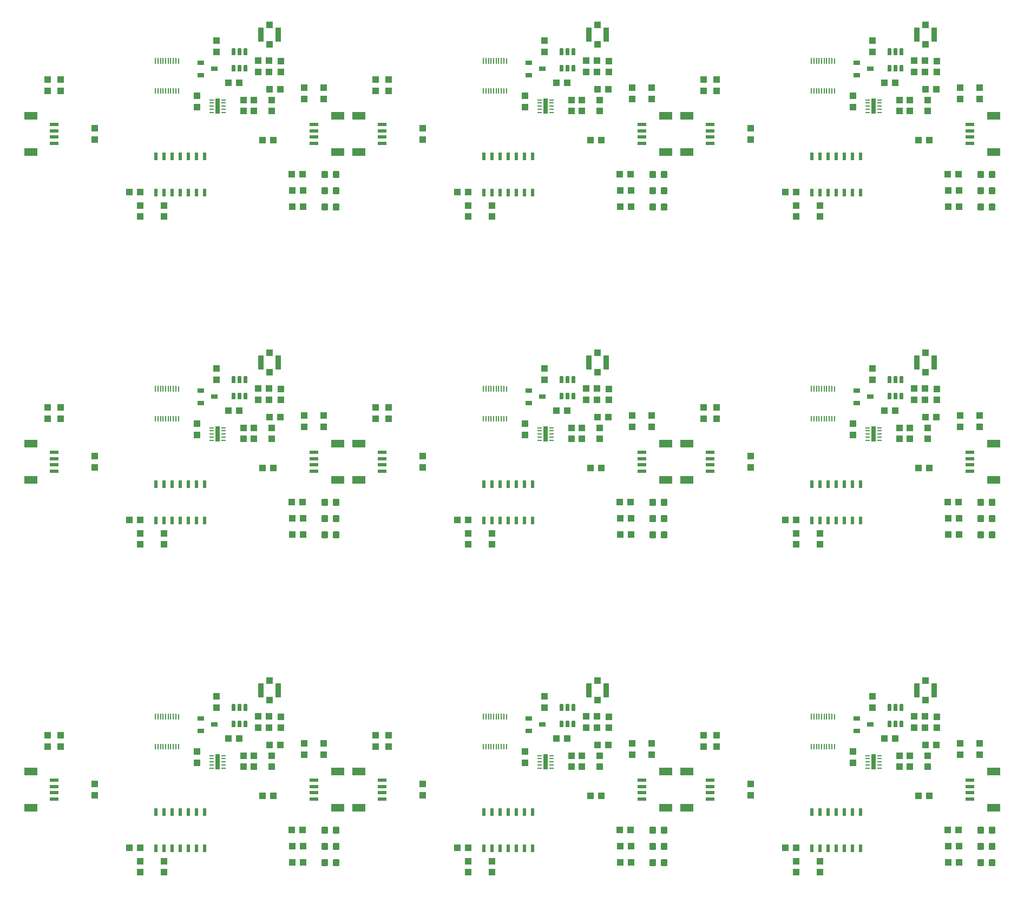
<source format=gtp>
G75*
%MOIN*%
%OFA0B0*%
%FSLAX25Y25*%
%IPPOS*%
%LPD*%
%AMOC8*
5,1,8,0,0,1.08239X$1,22.5*
%
%ADD10R,0.07874X0.04724*%
%ADD11R,0.05315X0.02362*%
%ADD12R,0.04331X0.03937*%
%ADD13C,0.01181*%
%ADD14R,0.03937X0.04331*%
%ADD15R,0.02362X0.04724*%
%ADD16R,0.02800X0.01000*%
%ADD17R,0.02500X0.09400*%
%ADD18R,0.03346X0.08661*%
%ADD19R,0.03937X0.04134*%
%ADD20R,0.00787X0.03504*%
%ADD21R,0.00906X0.03661*%
%ADD22C,0.00709*%
%ADD23R,0.04331X0.02559*%
D10*
X0048873Y0117726D03*
X0048873Y0139774D03*
X0237810Y0139774D03*
X0250873Y0139774D03*
X0250873Y0117726D03*
X0237810Y0117726D03*
X0439810Y0117726D03*
X0452873Y0117726D03*
X0452873Y0139774D03*
X0439810Y0139774D03*
X0439810Y0319726D03*
X0452873Y0319726D03*
X0452873Y0341774D03*
X0439810Y0341774D03*
X0250873Y0341774D03*
X0237810Y0341774D03*
X0237810Y0319726D03*
X0250873Y0319726D03*
X0048873Y0319726D03*
X0048873Y0341774D03*
X0048873Y0521726D03*
X0048873Y0543774D03*
X0237810Y0543774D03*
X0250873Y0543774D03*
X0250873Y0521726D03*
X0237810Y0521726D03*
X0439810Y0521726D03*
X0452873Y0521726D03*
X0452873Y0543774D03*
X0439810Y0543774D03*
X0641810Y0543774D03*
X0641810Y0521726D03*
X0641810Y0341774D03*
X0641810Y0319726D03*
X0641810Y0139774D03*
X0641810Y0117726D03*
D11*
X0627342Y0122844D03*
X0627342Y0126781D03*
X0627342Y0130719D03*
X0627342Y0134656D03*
X0467342Y0134656D03*
X0467342Y0130719D03*
X0467342Y0126781D03*
X0467342Y0122844D03*
X0425342Y0122844D03*
X0425342Y0126781D03*
X0425342Y0130719D03*
X0425342Y0134656D03*
X0265342Y0134656D03*
X0265342Y0130719D03*
X0265342Y0126781D03*
X0265342Y0122844D03*
X0223342Y0122844D03*
X0223342Y0126781D03*
X0223342Y0130719D03*
X0223342Y0134656D03*
X0063342Y0134656D03*
X0063342Y0130719D03*
X0063342Y0126781D03*
X0063342Y0122844D03*
X0063342Y0324844D03*
X0063342Y0328781D03*
X0063342Y0332719D03*
X0063342Y0336656D03*
X0223342Y0336656D03*
X0223342Y0332719D03*
X0223342Y0328781D03*
X0223342Y0324844D03*
X0265342Y0324844D03*
X0265342Y0328781D03*
X0265342Y0332719D03*
X0265342Y0336656D03*
X0425342Y0336656D03*
X0425342Y0332719D03*
X0425342Y0328781D03*
X0425342Y0324844D03*
X0467342Y0324844D03*
X0467342Y0328781D03*
X0467342Y0332719D03*
X0467342Y0336656D03*
X0627342Y0336656D03*
X0627342Y0332719D03*
X0627342Y0328781D03*
X0627342Y0324844D03*
X0627342Y0526844D03*
X0627342Y0530781D03*
X0627342Y0534719D03*
X0627342Y0538656D03*
X0467342Y0538656D03*
X0467342Y0534719D03*
X0467342Y0530781D03*
X0467342Y0526844D03*
X0425342Y0526844D03*
X0425342Y0530781D03*
X0425342Y0534719D03*
X0425342Y0538656D03*
X0265342Y0538656D03*
X0265342Y0534719D03*
X0265342Y0530781D03*
X0265342Y0526844D03*
X0223342Y0526844D03*
X0223342Y0530781D03*
X0223342Y0534719D03*
X0223342Y0538656D03*
X0063342Y0538656D03*
X0063342Y0534719D03*
X0063342Y0530781D03*
X0063342Y0526844D03*
D12*
X0109495Y0092750D03*
X0116188Y0092750D03*
X0170495Y0160250D03*
X0177188Y0160250D03*
X0188995Y0166750D03*
X0195688Y0166750D03*
X0195688Y0173750D03*
X0188995Y0173750D03*
X0195995Y0156250D03*
X0202688Y0156250D03*
X0198188Y0124750D03*
X0191495Y0124750D03*
X0209495Y0103750D03*
X0216188Y0103750D03*
X0216688Y0093750D03*
X0209995Y0093750D03*
X0209995Y0083750D03*
X0216688Y0083750D03*
X0311495Y0092750D03*
X0318188Y0092750D03*
X0372495Y0160250D03*
X0379188Y0160250D03*
X0390995Y0166750D03*
X0397688Y0166750D03*
X0397688Y0173750D03*
X0390995Y0173750D03*
X0397995Y0156250D03*
X0404688Y0156250D03*
X0400188Y0124750D03*
X0393495Y0124750D03*
X0411495Y0103750D03*
X0418188Y0103750D03*
X0418688Y0093750D03*
X0411995Y0093750D03*
X0411995Y0083750D03*
X0418688Y0083750D03*
X0513495Y0092750D03*
X0520188Y0092750D03*
X0574495Y0160250D03*
X0581188Y0160250D03*
X0592995Y0166750D03*
X0599688Y0166750D03*
X0599688Y0173750D03*
X0592995Y0173750D03*
X0599995Y0156250D03*
X0606688Y0156250D03*
X0602188Y0124750D03*
X0595495Y0124750D03*
X0613495Y0103750D03*
X0620188Y0103750D03*
X0620688Y0093750D03*
X0613995Y0093750D03*
X0613995Y0083750D03*
X0620688Y0083750D03*
X0620688Y0285750D03*
X0613995Y0285750D03*
X0613995Y0295750D03*
X0620688Y0295750D03*
X0620188Y0305750D03*
X0613495Y0305750D03*
X0602188Y0326750D03*
X0595495Y0326750D03*
X0599995Y0358250D03*
X0606688Y0358250D03*
X0599688Y0368750D03*
X0592995Y0368750D03*
X0592995Y0375750D03*
X0599688Y0375750D03*
X0581188Y0362250D03*
X0574495Y0362250D03*
X0520188Y0294750D03*
X0513495Y0294750D03*
X0418688Y0295750D03*
X0411995Y0295750D03*
X0411495Y0305750D03*
X0418188Y0305750D03*
X0418688Y0285750D03*
X0411995Y0285750D03*
X0400188Y0326750D03*
X0393495Y0326750D03*
X0397995Y0358250D03*
X0404688Y0358250D03*
X0397688Y0368750D03*
X0390995Y0368750D03*
X0390995Y0375750D03*
X0397688Y0375750D03*
X0379188Y0362250D03*
X0372495Y0362250D03*
X0318188Y0294750D03*
X0311495Y0294750D03*
X0216688Y0295750D03*
X0209995Y0295750D03*
X0209495Y0305750D03*
X0216188Y0305750D03*
X0216688Y0285750D03*
X0209995Y0285750D03*
X0198188Y0326750D03*
X0191495Y0326750D03*
X0195995Y0358250D03*
X0202688Y0358250D03*
X0195688Y0368750D03*
X0188995Y0368750D03*
X0188995Y0375750D03*
X0195688Y0375750D03*
X0177188Y0362250D03*
X0170495Y0362250D03*
X0116188Y0294750D03*
X0109495Y0294750D03*
X0209995Y0487750D03*
X0216688Y0487750D03*
X0216688Y0497750D03*
X0209995Y0497750D03*
X0209495Y0507750D03*
X0216188Y0507750D03*
X0198188Y0528750D03*
X0191495Y0528750D03*
X0195995Y0560250D03*
X0202688Y0560250D03*
X0195688Y0570750D03*
X0188995Y0570750D03*
X0188995Y0577750D03*
X0195688Y0577750D03*
X0177188Y0564250D03*
X0170495Y0564250D03*
X0116188Y0496750D03*
X0109495Y0496750D03*
X0311495Y0496750D03*
X0318188Y0496750D03*
X0393495Y0528750D03*
X0400188Y0528750D03*
X0411495Y0507750D03*
X0418188Y0507750D03*
X0418688Y0497750D03*
X0411995Y0497750D03*
X0411995Y0487750D03*
X0418688Y0487750D03*
X0404688Y0560250D03*
X0397995Y0560250D03*
X0397688Y0570750D03*
X0390995Y0570750D03*
X0390995Y0577750D03*
X0397688Y0577750D03*
X0379188Y0564250D03*
X0372495Y0564250D03*
X0513495Y0496750D03*
X0520188Y0496750D03*
X0595495Y0528750D03*
X0602188Y0528750D03*
X0613495Y0507750D03*
X0620188Y0507750D03*
X0620688Y0497750D03*
X0613995Y0497750D03*
X0613995Y0487750D03*
X0620688Y0487750D03*
X0606688Y0560250D03*
X0599995Y0560250D03*
X0599688Y0570750D03*
X0592995Y0570750D03*
X0592995Y0577750D03*
X0599688Y0577750D03*
X0581188Y0564250D03*
X0574495Y0564250D03*
D13*
X0632511Y0509128D02*
X0632511Y0506372D01*
X0632511Y0509128D02*
X0635267Y0509128D01*
X0635267Y0506372D01*
X0632511Y0506372D01*
X0632511Y0507494D02*
X0635267Y0507494D01*
X0635267Y0508616D02*
X0632511Y0508616D01*
X0639417Y0509128D02*
X0639417Y0506372D01*
X0639417Y0509128D02*
X0642173Y0509128D01*
X0642173Y0506372D01*
X0639417Y0506372D01*
X0639417Y0507494D02*
X0642173Y0507494D01*
X0642173Y0508616D02*
X0639417Y0508616D01*
X0639417Y0499128D02*
X0639417Y0496372D01*
X0639417Y0499128D02*
X0642173Y0499128D01*
X0642173Y0496372D01*
X0639417Y0496372D01*
X0639417Y0497494D02*
X0642173Y0497494D01*
X0642173Y0498616D02*
X0639417Y0498616D01*
X0632511Y0499128D02*
X0632511Y0496372D01*
X0632511Y0499128D02*
X0635267Y0499128D01*
X0635267Y0496372D01*
X0632511Y0496372D01*
X0632511Y0497494D02*
X0635267Y0497494D01*
X0635267Y0498616D02*
X0632511Y0498616D01*
X0632511Y0489128D02*
X0632511Y0486372D01*
X0632511Y0489128D02*
X0635267Y0489128D01*
X0635267Y0486372D01*
X0632511Y0486372D01*
X0632511Y0487494D02*
X0635267Y0487494D01*
X0635267Y0488616D02*
X0632511Y0488616D01*
X0639417Y0489128D02*
X0639417Y0486372D01*
X0639417Y0489128D02*
X0642173Y0489128D01*
X0642173Y0486372D01*
X0639417Y0486372D01*
X0639417Y0487494D02*
X0642173Y0487494D01*
X0642173Y0488616D02*
X0639417Y0488616D01*
X0639417Y0307128D02*
X0639417Y0304372D01*
X0639417Y0307128D02*
X0642173Y0307128D01*
X0642173Y0304372D01*
X0639417Y0304372D01*
X0639417Y0305494D02*
X0642173Y0305494D01*
X0642173Y0306616D02*
X0639417Y0306616D01*
X0632511Y0307128D02*
X0632511Y0304372D01*
X0632511Y0307128D02*
X0635267Y0307128D01*
X0635267Y0304372D01*
X0632511Y0304372D01*
X0632511Y0305494D02*
X0635267Y0305494D01*
X0635267Y0306616D02*
X0632511Y0306616D01*
X0632511Y0297128D02*
X0632511Y0294372D01*
X0632511Y0297128D02*
X0635267Y0297128D01*
X0635267Y0294372D01*
X0632511Y0294372D01*
X0632511Y0295494D02*
X0635267Y0295494D01*
X0635267Y0296616D02*
X0632511Y0296616D01*
X0639417Y0297128D02*
X0639417Y0294372D01*
X0639417Y0297128D02*
X0642173Y0297128D01*
X0642173Y0294372D01*
X0639417Y0294372D01*
X0639417Y0295494D02*
X0642173Y0295494D01*
X0642173Y0296616D02*
X0639417Y0296616D01*
X0639417Y0287128D02*
X0639417Y0284372D01*
X0639417Y0287128D02*
X0642173Y0287128D01*
X0642173Y0284372D01*
X0639417Y0284372D01*
X0639417Y0285494D02*
X0642173Y0285494D01*
X0642173Y0286616D02*
X0639417Y0286616D01*
X0632511Y0287128D02*
X0632511Y0284372D01*
X0632511Y0287128D02*
X0635267Y0287128D01*
X0635267Y0284372D01*
X0632511Y0284372D01*
X0632511Y0285494D02*
X0635267Y0285494D01*
X0635267Y0286616D02*
X0632511Y0286616D01*
X0632511Y0105128D02*
X0632511Y0102372D01*
X0632511Y0105128D02*
X0635267Y0105128D01*
X0635267Y0102372D01*
X0632511Y0102372D01*
X0632511Y0103494D02*
X0635267Y0103494D01*
X0635267Y0104616D02*
X0632511Y0104616D01*
X0639417Y0105128D02*
X0639417Y0102372D01*
X0639417Y0105128D02*
X0642173Y0105128D01*
X0642173Y0102372D01*
X0639417Y0102372D01*
X0639417Y0103494D02*
X0642173Y0103494D01*
X0642173Y0104616D02*
X0639417Y0104616D01*
X0639417Y0095128D02*
X0639417Y0092372D01*
X0639417Y0095128D02*
X0642173Y0095128D01*
X0642173Y0092372D01*
X0639417Y0092372D01*
X0639417Y0093494D02*
X0642173Y0093494D01*
X0642173Y0094616D02*
X0639417Y0094616D01*
X0632511Y0095128D02*
X0632511Y0092372D01*
X0632511Y0095128D02*
X0635267Y0095128D01*
X0635267Y0092372D01*
X0632511Y0092372D01*
X0632511Y0093494D02*
X0635267Y0093494D01*
X0635267Y0094616D02*
X0632511Y0094616D01*
X0632511Y0085128D02*
X0632511Y0082372D01*
X0632511Y0085128D02*
X0635267Y0085128D01*
X0635267Y0082372D01*
X0632511Y0082372D01*
X0632511Y0083494D02*
X0635267Y0083494D01*
X0635267Y0084616D02*
X0632511Y0084616D01*
X0639417Y0085128D02*
X0639417Y0082372D01*
X0639417Y0085128D02*
X0642173Y0085128D01*
X0642173Y0082372D01*
X0639417Y0082372D01*
X0639417Y0083494D02*
X0642173Y0083494D01*
X0642173Y0084616D02*
X0639417Y0084616D01*
X0437417Y0085128D02*
X0437417Y0082372D01*
X0437417Y0085128D02*
X0440173Y0085128D01*
X0440173Y0082372D01*
X0437417Y0082372D01*
X0437417Y0083494D02*
X0440173Y0083494D01*
X0440173Y0084616D02*
X0437417Y0084616D01*
X0430511Y0085128D02*
X0430511Y0082372D01*
X0430511Y0085128D02*
X0433267Y0085128D01*
X0433267Y0082372D01*
X0430511Y0082372D01*
X0430511Y0083494D02*
X0433267Y0083494D01*
X0433267Y0084616D02*
X0430511Y0084616D01*
X0430511Y0092372D02*
X0430511Y0095128D01*
X0433267Y0095128D01*
X0433267Y0092372D01*
X0430511Y0092372D01*
X0430511Y0093494D02*
X0433267Y0093494D01*
X0433267Y0094616D02*
X0430511Y0094616D01*
X0437417Y0095128D02*
X0437417Y0092372D01*
X0437417Y0095128D02*
X0440173Y0095128D01*
X0440173Y0092372D01*
X0437417Y0092372D01*
X0437417Y0093494D02*
X0440173Y0093494D01*
X0440173Y0094616D02*
X0437417Y0094616D01*
X0437417Y0102372D02*
X0437417Y0105128D01*
X0440173Y0105128D01*
X0440173Y0102372D01*
X0437417Y0102372D01*
X0437417Y0103494D02*
X0440173Y0103494D01*
X0440173Y0104616D02*
X0437417Y0104616D01*
X0430511Y0105128D02*
X0430511Y0102372D01*
X0430511Y0105128D02*
X0433267Y0105128D01*
X0433267Y0102372D01*
X0430511Y0102372D01*
X0430511Y0103494D02*
X0433267Y0103494D01*
X0433267Y0104616D02*
X0430511Y0104616D01*
X0430511Y0284372D02*
X0430511Y0287128D01*
X0433267Y0287128D01*
X0433267Y0284372D01*
X0430511Y0284372D01*
X0430511Y0285494D02*
X0433267Y0285494D01*
X0433267Y0286616D02*
X0430511Y0286616D01*
X0437417Y0287128D02*
X0437417Y0284372D01*
X0437417Y0287128D02*
X0440173Y0287128D01*
X0440173Y0284372D01*
X0437417Y0284372D01*
X0437417Y0285494D02*
X0440173Y0285494D01*
X0440173Y0286616D02*
X0437417Y0286616D01*
X0437417Y0294372D02*
X0437417Y0297128D01*
X0440173Y0297128D01*
X0440173Y0294372D01*
X0437417Y0294372D01*
X0437417Y0295494D02*
X0440173Y0295494D01*
X0440173Y0296616D02*
X0437417Y0296616D01*
X0430511Y0297128D02*
X0430511Y0294372D01*
X0430511Y0297128D02*
X0433267Y0297128D01*
X0433267Y0294372D01*
X0430511Y0294372D01*
X0430511Y0295494D02*
X0433267Y0295494D01*
X0433267Y0296616D02*
X0430511Y0296616D01*
X0430511Y0304372D02*
X0430511Y0307128D01*
X0433267Y0307128D01*
X0433267Y0304372D01*
X0430511Y0304372D01*
X0430511Y0305494D02*
X0433267Y0305494D01*
X0433267Y0306616D02*
X0430511Y0306616D01*
X0437417Y0307128D02*
X0437417Y0304372D01*
X0437417Y0307128D02*
X0440173Y0307128D01*
X0440173Y0304372D01*
X0437417Y0304372D01*
X0437417Y0305494D02*
X0440173Y0305494D01*
X0440173Y0306616D02*
X0437417Y0306616D01*
X0437417Y0486372D02*
X0437417Y0489128D01*
X0440173Y0489128D01*
X0440173Y0486372D01*
X0437417Y0486372D01*
X0437417Y0487494D02*
X0440173Y0487494D01*
X0440173Y0488616D02*
X0437417Y0488616D01*
X0430511Y0489128D02*
X0430511Y0486372D01*
X0430511Y0489128D02*
X0433267Y0489128D01*
X0433267Y0486372D01*
X0430511Y0486372D01*
X0430511Y0487494D02*
X0433267Y0487494D01*
X0433267Y0488616D02*
X0430511Y0488616D01*
X0430511Y0496372D02*
X0430511Y0499128D01*
X0433267Y0499128D01*
X0433267Y0496372D01*
X0430511Y0496372D01*
X0430511Y0497494D02*
X0433267Y0497494D01*
X0433267Y0498616D02*
X0430511Y0498616D01*
X0437417Y0499128D02*
X0437417Y0496372D01*
X0437417Y0499128D02*
X0440173Y0499128D01*
X0440173Y0496372D01*
X0437417Y0496372D01*
X0437417Y0497494D02*
X0440173Y0497494D01*
X0440173Y0498616D02*
X0437417Y0498616D01*
X0437417Y0506372D02*
X0437417Y0509128D01*
X0440173Y0509128D01*
X0440173Y0506372D01*
X0437417Y0506372D01*
X0437417Y0507494D02*
X0440173Y0507494D01*
X0440173Y0508616D02*
X0437417Y0508616D01*
X0430511Y0509128D02*
X0430511Y0506372D01*
X0430511Y0509128D02*
X0433267Y0509128D01*
X0433267Y0506372D01*
X0430511Y0506372D01*
X0430511Y0507494D02*
X0433267Y0507494D01*
X0433267Y0508616D02*
X0430511Y0508616D01*
X0235417Y0509128D02*
X0235417Y0506372D01*
X0235417Y0509128D02*
X0238173Y0509128D01*
X0238173Y0506372D01*
X0235417Y0506372D01*
X0235417Y0507494D02*
X0238173Y0507494D01*
X0238173Y0508616D02*
X0235417Y0508616D01*
X0228511Y0509128D02*
X0228511Y0506372D01*
X0228511Y0509128D02*
X0231267Y0509128D01*
X0231267Y0506372D01*
X0228511Y0506372D01*
X0228511Y0507494D02*
X0231267Y0507494D01*
X0231267Y0508616D02*
X0228511Y0508616D01*
X0228511Y0499128D02*
X0228511Y0496372D01*
X0228511Y0499128D02*
X0231267Y0499128D01*
X0231267Y0496372D01*
X0228511Y0496372D01*
X0228511Y0497494D02*
X0231267Y0497494D01*
X0231267Y0498616D02*
X0228511Y0498616D01*
X0235417Y0499128D02*
X0235417Y0496372D01*
X0235417Y0499128D02*
X0238173Y0499128D01*
X0238173Y0496372D01*
X0235417Y0496372D01*
X0235417Y0497494D02*
X0238173Y0497494D01*
X0238173Y0498616D02*
X0235417Y0498616D01*
X0235417Y0489128D02*
X0235417Y0486372D01*
X0235417Y0489128D02*
X0238173Y0489128D01*
X0238173Y0486372D01*
X0235417Y0486372D01*
X0235417Y0487494D02*
X0238173Y0487494D01*
X0238173Y0488616D02*
X0235417Y0488616D01*
X0228511Y0489128D02*
X0228511Y0486372D01*
X0228511Y0489128D02*
X0231267Y0489128D01*
X0231267Y0486372D01*
X0228511Y0486372D01*
X0228511Y0487494D02*
X0231267Y0487494D01*
X0231267Y0488616D02*
X0228511Y0488616D01*
X0228511Y0307128D02*
X0228511Y0304372D01*
X0228511Y0307128D02*
X0231267Y0307128D01*
X0231267Y0304372D01*
X0228511Y0304372D01*
X0228511Y0305494D02*
X0231267Y0305494D01*
X0231267Y0306616D02*
X0228511Y0306616D01*
X0235417Y0307128D02*
X0235417Y0304372D01*
X0235417Y0307128D02*
X0238173Y0307128D01*
X0238173Y0304372D01*
X0235417Y0304372D01*
X0235417Y0305494D02*
X0238173Y0305494D01*
X0238173Y0306616D02*
X0235417Y0306616D01*
X0235417Y0297128D02*
X0235417Y0294372D01*
X0235417Y0297128D02*
X0238173Y0297128D01*
X0238173Y0294372D01*
X0235417Y0294372D01*
X0235417Y0295494D02*
X0238173Y0295494D01*
X0238173Y0296616D02*
X0235417Y0296616D01*
X0228511Y0297128D02*
X0228511Y0294372D01*
X0228511Y0297128D02*
X0231267Y0297128D01*
X0231267Y0294372D01*
X0228511Y0294372D01*
X0228511Y0295494D02*
X0231267Y0295494D01*
X0231267Y0296616D02*
X0228511Y0296616D01*
X0228511Y0287128D02*
X0228511Y0284372D01*
X0228511Y0287128D02*
X0231267Y0287128D01*
X0231267Y0284372D01*
X0228511Y0284372D01*
X0228511Y0285494D02*
X0231267Y0285494D01*
X0231267Y0286616D02*
X0228511Y0286616D01*
X0235417Y0287128D02*
X0235417Y0284372D01*
X0235417Y0287128D02*
X0238173Y0287128D01*
X0238173Y0284372D01*
X0235417Y0284372D01*
X0235417Y0285494D02*
X0238173Y0285494D01*
X0238173Y0286616D02*
X0235417Y0286616D01*
X0235417Y0105128D02*
X0235417Y0102372D01*
X0235417Y0105128D02*
X0238173Y0105128D01*
X0238173Y0102372D01*
X0235417Y0102372D01*
X0235417Y0103494D02*
X0238173Y0103494D01*
X0238173Y0104616D02*
X0235417Y0104616D01*
X0228511Y0105128D02*
X0228511Y0102372D01*
X0228511Y0105128D02*
X0231267Y0105128D01*
X0231267Y0102372D01*
X0228511Y0102372D01*
X0228511Y0103494D02*
X0231267Y0103494D01*
X0231267Y0104616D02*
X0228511Y0104616D01*
X0228511Y0095128D02*
X0228511Y0092372D01*
X0228511Y0095128D02*
X0231267Y0095128D01*
X0231267Y0092372D01*
X0228511Y0092372D01*
X0228511Y0093494D02*
X0231267Y0093494D01*
X0231267Y0094616D02*
X0228511Y0094616D01*
X0235417Y0095128D02*
X0235417Y0092372D01*
X0235417Y0095128D02*
X0238173Y0095128D01*
X0238173Y0092372D01*
X0235417Y0092372D01*
X0235417Y0093494D02*
X0238173Y0093494D01*
X0238173Y0094616D02*
X0235417Y0094616D01*
X0235417Y0085128D02*
X0235417Y0082372D01*
X0235417Y0085128D02*
X0238173Y0085128D01*
X0238173Y0082372D01*
X0235417Y0082372D01*
X0235417Y0083494D02*
X0238173Y0083494D01*
X0238173Y0084616D02*
X0235417Y0084616D01*
X0228511Y0085128D02*
X0228511Y0082372D01*
X0228511Y0085128D02*
X0231267Y0085128D01*
X0231267Y0082372D01*
X0228511Y0082372D01*
X0228511Y0083494D02*
X0231267Y0083494D01*
X0231267Y0084616D02*
X0228511Y0084616D01*
D14*
X0197342Y0142904D03*
X0197342Y0149596D03*
X0186342Y0149596D03*
X0179842Y0149596D03*
X0179842Y0142904D03*
X0186342Y0142904D03*
X0202842Y0166904D03*
X0202842Y0173596D03*
X0217342Y0157096D03*
X0217342Y0150404D03*
X0229342Y0150404D03*
X0229342Y0157096D03*
X0261342Y0155404D03*
X0261342Y0162096D03*
X0269342Y0162096D03*
X0269342Y0155404D03*
X0290342Y0132096D03*
X0290342Y0125404D03*
X0318342Y0084596D03*
X0318342Y0077904D03*
X0332842Y0077904D03*
X0332842Y0084596D03*
X0353342Y0145404D03*
X0353342Y0152096D03*
X0381842Y0149596D03*
X0388342Y0149596D03*
X0388342Y0142904D03*
X0381842Y0142904D03*
X0399342Y0142904D03*
X0399342Y0149596D03*
X0404842Y0166904D03*
X0404842Y0173596D03*
X0419342Y0157096D03*
X0419342Y0150404D03*
X0431342Y0150404D03*
X0431342Y0157096D03*
X0463342Y0155404D03*
X0463342Y0162096D03*
X0471342Y0162096D03*
X0471342Y0155404D03*
X0492342Y0132096D03*
X0492342Y0125404D03*
X0520342Y0084596D03*
X0520342Y0077904D03*
X0534842Y0077904D03*
X0534842Y0084596D03*
X0555342Y0145404D03*
X0555342Y0152096D03*
X0583842Y0149596D03*
X0590342Y0149596D03*
X0590342Y0142904D03*
X0583842Y0142904D03*
X0601342Y0142904D03*
X0601342Y0149596D03*
X0606842Y0166904D03*
X0606842Y0173596D03*
X0621342Y0157096D03*
X0621342Y0150404D03*
X0633342Y0150404D03*
X0633342Y0157096D03*
X0567342Y0179404D03*
X0567342Y0186096D03*
X0534842Y0279904D03*
X0534842Y0286596D03*
X0520342Y0286596D03*
X0520342Y0279904D03*
X0492342Y0327404D03*
X0492342Y0334096D03*
X0471342Y0357404D03*
X0471342Y0364096D03*
X0463342Y0364096D03*
X0463342Y0357404D03*
X0431342Y0359096D03*
X0431342Y0352404D03*
X0419342Y0352404D03*
X0419342Y0359096D03*
X0404842Y0368904D03*
X0404842Y0375596D03*
X0399342Y0351596D03*
X0399342Y0344904D03*
X0388342Y0344904D03*
X0381842Y0344904D03*
X0381842Y0351596D03*
X0388342Y0351596D03*
X0353342Y0354096D03*
X0353342Y0347404D03*
X0365342Y0381404D03*
X0365342Y0388096D03*
X0290342Y0334096D03*
X0290342Y0327404D03*
X0269342Y0357404D03*
X0269342Y0364096D03*
X0261342Y0364096D03*
X0261342Y0357404D03*
X0229342Y0359096D03*
X0229342Y0352404D03*
X0217342Y0352404D03*
X0217342Y0359096D03*
X0202842Y0368904D03*
X0202842Y0375596D03*
X0197342Y0351596D03*
X0197342Y0344904D03*
X0186342Y0344904D03*
X0179842Y0344904D03*
X0179842Y0351596D03*
X0186342Y0351596D03*
X0151342Y0354096D03*
X0151342Y0347404D03*
X0163342Y0381404D03*
X0163342Y0388096D03*
X0088342Y0334096D03*
X0088342Y0327404D03*
X0067342Y0357404D03*
X0067342Y0364096D03*
X0059342Y0364096D03*
X0059342Y0357404D03*
X0116342Y0286596D03*
X0116342Y0279904D03*
X0130842Y0279904D03*
X0130842Y0286596D03*
X0163342Y0186096D03*
X0163342Y0179404D03*
X0151342Y0152096D03*
X0151342Y0145404D03*
X0130842Y0084596D03*
X0130842Y0077904D03*
X0116342Y0077904D03*
X0116342Y0084596D03*
X0088342Y0125404D03*
X0088342Y0132096D03*
X0067342Y0155404D03*
X0067342Y0162096D03*
X0059342Y0162096D03*
X0059342Y0155404D03*
X0318342Y0279904D03*
X0318342Y0286596D03*
X0332842Y0286596D03*
X0332842Y0279904D03*
X0365342Y0186096D03*
X0365342Y0179404D03*
X0555342Y0347404D03*
X0555342Y0354096D03*
X0583842Y0351596D03*
X0590342Y0351596D03*
X0590342Y0344904D03*
X0583842Y0344904D03*
X0601342Y0344904D03*
X0601342Y0351596D03*
X0606842Y0368904D03*
X0606842Y0375596D03*
X0621342Y0359096D03*
X0621342Y0352404D03*
X0633342Y0352404D03*
X0633342Y0359096D03*
X0567342Y0381404D03*
X0567342Y0388096D03*
X0534842Y0481904D03*
X0534842Y0488596D03*
X0520342Y0488596D03*
X0520342Y0481904D03*
X0492342Y0529404D03*
X0492342Y0536096D03*
X0471342Y0559404D03*
X0471342Y0566096D03*
X0463342Y0566096D03*
X0463342Y0559404D03*
X0431342Y0561096D03*
X0431342Y0554404D03*
X0419342Y0554404D03*
X0419342Y0561096D03*
X0404842Y0570904D03*
X0404842Y0577596D03*
X0399342Y0553596D03*
X0399342Y0546904D03*
X0388342Y0546904D03*
X0381842Y0546904D03*
X0381842Y0553596D03*
X0388342Y0553596D03*
X0353342Y0556096D03*
X0353342Y0549404D03*
X0365342Y0583404D03*
X0365342Y0590096D03*
X0290342Y0536096D03*
X0290342Y0529404D03*
X0269342Y0559404D03*
X0269342Y0566096D03*
X0261342Y0566096D03*
X0261342Y0559404D03*
X0229342Y0561096D03*
X0229342Y0554404D03*
X0217342Y0554404D03*
X0217342Y0561096D03*
X0202842Y0570904D03*
X0202842Y0577596D03*
X0197342Y0553596D03*
X0197342Y0546904D03*
X0186342Y0546904D03*
X0179842Y0546904D03*
X0179842Y0553596D03*
X0186342Y0553596D03*
X0151342Y0556096D03*
X0151342Y0549404D03*
X0163342Y0583404D03*
X0163342Y0590096D03*
X0088342Y0536096D03*
X0088342Y0529404D03*
X0067342Y0559404D03*
X0067342Y0566096D03*
X0059342Y0566096D03*
X0059342Y0559404D03*
X0116342Y0488596D03*
X0116342Y0481904D03*
X0130842Y0481904D03*
X0130842Y0488596D03*
X0318342Y0488596D03*
X0318342Y0481904D03*
X0332842Y0481904D03*
X0332842Y0488596D03*
X0555342Y0549404D03*
X0555342Y0556096D03*
X0583842Y0553596D03*
X0590342Y0553596D03*
X0590342Y0546904D03*
X0583842Y0546904D03*
X0601342Y0546904D03*
X0601342Y0553596D03*
X0621342Y0554404D03*
X0621342Y0561096D03*
X0633342Y0561096D03*
X0633342Y0554404D03*
X0606842Y0570904D03*
X0606842Y0577596D03*
X0567342Y0583404D03*
X0567342Y0590096D03*
D15*
X0559842Y0518774D03*
X0554842Y0518774D03*
X0549842Y0518774D03*
X0544842Y0518774D03*
X0539842Y0518774D03*
X0534842Y0518774D03*
X0529842Y0518774D03*
X0529842Y0496726D03*
X0534842Y0496726D03*
X0539842Y0496726D03*
X0544842Y0496726D03*
X0549842Y0496726D03*
X0554842Y0496726D03*
X0559842Y0496726D03*
X0559842Y0316774D03*
X0554842Y0316774D03*
X0549842Y0316774D03*
X0544842Y0316774D03*
X0539842Y0316774D03*
X0534842Y0316774D03*
X0529842Y0316774D03*
X0529842Y0294726D03*
X0534842Y0294726D03*
X0539842Y0294726D03*
X0544842Y0294726D03*
X0549842Y0294726D03*
X0554842Y0294726D03*
X0559842Y0294726D03*
X0559842Y0114774D03*
X0554842Y0114774D03*
X0549842Y0114774D03*
X0544842Y0114774D03*
X0539842Y0114774D03*
X0534842Y0114774D03*
X0529842Y0114774D03*
X0529842Y0092726D03*
X0534842Y0092726D03*
X0539842Y0092726D03*
X0544842Y0092726D03*
X0549842Y0092726D03*
X0554842Y0092726D03*
X0559842Y0092726D03*
X0357842Y0092726D03*
X0352842Y0092726D03*
X0347842Y0092726D03*
X0342842Y0092726D03*
X0337842Y0092726D03*
X0332842Y0092726D03*
X0327842Y0092726D03*
X0327842Y0114774D03*
X0332842Y0114774D03*
X0337842Y0114774D03*
X0342842Y0114774D03*
X0347842Y0114774D03*
X0352842Y0114774D03*
X0357842Y0114774D03*
X0357842Y0294726D03*
X0352842Y0294726D03*
X0347842Y0294726D03*
X0342842Y0294726D03*
X0337842Y0294726D03*
X0332842Y0294726D03*
X0327842Y0294726D03*
X0327842Y0316774D03*
X0332842Y0316774D03*
X0337842Y0316774D03*
X0342842Y0316774D03*
X0347842Y0316774D03*
X0352842Y0316774D03*
X0357842Y0316774D03*
X0357842Y0496726D03*
X0352842Y0496726D03*
X0347842Y0496726D03*
X0342842Y0496726D03*
X0337842Y0496726D03*
X0332842Y0496726D03*
X0327842Y0496726D03*
X0327842Y0518774D03*
X0332842Y0518774D03*
X0337842Y0518774D03*
X0342842Y0518774D03*
X0347842Y0518774D03*
X0352842Y0518774D03*
X0357842Y0518774D03*
X0155842Y0518774D03*
X0150842Y0518774D03*
X0145842Y0518774D03*
X0140842Y0518774D03*
X0135842Y0518774D03*
X0130842Y0518774D03*
X0125842Y0518774D03*
X0125842Y0496726D03*
X0130842Y0496726D03*
X0135842Y0496726D03*
X0140842Y0496726D03*
X0145842Y0496726D03*
X0150842Y0496726D03*
X0155842Y0496726D03*
X0155842Y0316774D03*
X0150842Y0316774D03*
X0145842Y0316774D03*
X0140842Y0316774D03*
X0135842Y0316774D03*
X0130842Y0316774D03*
X0125842Y0316774D03*
X0125842Y0294726D03*
X0130842Y0294726D03*
X0135842Y0294726D03*
X0140842Y0294726D03*
X0145842Y0294726D03*
X0150842Y0294726D03*
X0155842Y0294726D03*
X0155842Y0114774D03*
X0150842Y0114774D03*
X0145842Y0114774D03*
X0140842Y0114774D03*
X0135842Y0114774D03*
X0130842Y0114774D03*
X0125842Y0114774D03*
X0125842Y0092726D03*
X0130842Y0092726D03*
X0135842Y0092726D03*
X0140842Y0092726D03*
X0145842Y0092726D03*
X0150842Y0092726D03*
X0155842Y0092726D03*
D16*
X0160142Y0141850D03*
X0160142Y0143750D03*
X0160142Y0145750D03*
X0160142Y0147750D03*
X0160142Y0149650D03*
X0167542Y0149650D03*
X0167542Y0147750D03*
X0167542Y0145750D03*
X0167542Y0143750D03*
X0167542Y0141850D03*
X0362142Y0141850D03*
X0362142Y0143750D03*
X0362142Y0145750D03*
X0362142Y0147750D03*
X0362142Y0149650D03*
X0369542Y0149650D03*
X0369542Y0147750D03*
X0369542Y0145750D03*
X0369542Y0143750D03*
X0369542Y0141850D03*
X0564142Y0141850D03*
X0564142Y0143750D03*
X0564142Y0145750D03*
X0564142Y0147750D03*
X0564142Y0149650D03*
X0571542Y0149650D03*
X0571542Y0147750D03*
X0571542Y0145750D03*
X0571542Y0143750D03*
X0571542Y0141850D03*
X0571542Y0343850D03*
X0571542Y0345750D03*
X0571542Y0347750D03*
X0571542Y0349750D03*
X0571542Y0351650D03*
X0564142Y0351650D03*
X0564142Y0349750D03*
X0564142Y0347750D03*
X0564142Y0345750D03*
X0564142Y0343850D03*
X0369542Y0343850D03*
X0369542Y0345750D03*
X0369542Y0347750D03*
X0369542Y0349750D03*
X0369542Y0351650D03*
X0362142Y0351650D03*
X0362142Y0349750D03*
X0362142Y0347750D03*
X0362142Y0345750D03*
X0362142Y0343850D03*
X0167542Y0343850D03*
X0167542Y0345750D03*
X0167542Y0347750D03*
X0167542Y0349750D03*
X0167542Y0351650D03*
X0160142Y0351650D03*
X0160142Y0349750D03*
X0160142Y0347750D03*
X0160142Y0345750D03*
X0160142Y0343850D03*
X0160142Y0545850D03*
X0160142Y0547750D03*
X0160142Y0549750D03*
X0160142Y0551750D03*
X0160142Y0553650D03*
X0167542Y0553650D03*
X0167542Y0551750D03*
X0167542Y0549750D03*
X0167542Y0547750D03*
X0167542Y0545850D03*
X0362142Y0545850D03*
X0362142Y0547750D03*
X0362142Y0549750D03*
X0362142Y0551750D03*
X0362142Y0553650D03*
X0369542Y0553650D03*
X0369542Y0551750D03*
X0369542Y0549750D03*
X0369542Y0547750D03*
X0369542Y0545850D03*
X0564142Y0545850D03*
X0564142Y0547750D03*
X0564142Y0549750D03*
X0564142Y0551750D03*
X0564142Y0553650D03*
X0571542Y0553650D03*
X0571542Y0551750D03*
X0571542Y0549750D03*
X0571542Y0547750D03*
X0571542Y0545850D03*
D17*
X0567842Y0549750D03*
X0365842Y0549750D03*
X0163842Y0549750D03*
X0163842Y0347750D03*
X0365842Y0347750D03*
X0567842Y0347750D03*
X0567842Y0145750D03*
X0365842Y0145750D03*
X0163842Y0145750D03*
D18*
X0190428Y0190010D03*
X0201255Y0190010D03*
X0392428Y0190010D03*
X0403255Y0190010D03*
X0594428Y0190010D03*
X0605255Y0190010D03*
X0605255Y0392010D03*
X0594428Y0392010D03*
X0403255Y0392010D03*
X0392428Y0392010D03*
X0201255Y0392010D03*
X0190428Y0392010D03*
X0190428Y0594010D03*
X0201255Y0594010D03*
X0392428Y0594010D03*
X0403255Y0594010D03*
X0594428Y0594010D03*
X0605255Y0594010D03*
D19*
X0599842Y0588006D03*
X0599842Y0600014D03*
X0397842Y0600014D03*
X0397842Y0588006D03*
X0397842Y0398014D03*
X0397842Y0386006D03*
X0599842Y0386006D03*
X0599842Y0398014D03*
X0599842Y0196014D03*
X0599842Y0184006D03*
X0397842Y0184006D03*
X0397842Y0196014D03*
X0195842Y0196014D03*
X0195842Y0184006D03*
X0195842Y0386006D03*
X0195842Y0398014D03*
X0195842Y0588006D03*
X0195842Y0600014D03*
D20*
X0138224Y0577809D03*
X0136649Y0577809D03*
X0135074Y0577809D03*
X0133499Y0577809D03*
X0131924Y0577809D03*
X0130350Y0577809D03*
X0128775Y0577809D03*
X0127200Y0577809D03*
X0125625Y0577809D03*
X0125625Y0559266D03*
X0127200Y0559266D03*
X0128775Y0559266D03*
X0130350Y0559266D03*
X0131924Y0559266D03*
X0133499Y0559266D03*
X0135074Y0559266D03*
X0136649Y0559266D03*
X0138224Y0559266D03*
X0139798Y0559266D03*
X0327625Y0559266D03*
X0329200Y0559266D03*
X0330775Y0559266D03*
X0332350Y0559266D03*
X0333924Y0559266D03*
X0335499Y0559266D03*
X0337074Y0559266D03*
X0338649Y0559266D03*
X0340224Y0559266D03*
X0341798Y0559266D03*
X0340224Y0577809D03*
X0338649Y0577809D03*
X0337074Y0577809D03*
X0335499Y0577809D03*
X0333924Y0577809D03*
X0332350Y0577809D03*
X0330775Y0577809D03*
X0329200Y0577809D03*
X0327625Y0577809D03*
X0529625Y0577809D03*
X0531200Y0577809D03*
X0532775Y0577809D03*
X0534350Y0577809D03*
X0535924Y0577809D03*
X0537499Y0577809D03*
X0539074Y0577809D03*
X0540649Y0577809D03*
X0542224Y0577809D03*
X0542224Y0559266D03*
X0543798Y0559266D03*
X0540649Y0559266D03*
X0539074Y0559266D03*
X0537499Y0559266D03*
X0535924Y0559266D03*
X0534350Y0559266D03*
X0532775Y0559266D03*
X0531200Y0559266D03*
X0529625Y0559266D03*
X0529625Y0375809D03*
X0531200Y0375809D03*
X0532775Y0375809D03*
X0534350Y0375809D03*
X0535924Y0375809D03*
X0537499Y0375809D03*
X0539074Y0375809D03*
X0540649Y0375809D03*
X0542224Y0375809D03*
X0542224Y0357266D03*
X0543798Y0357266D03*
X0540649Y0357266D03*
X0539074Y0357266D03*
X0537499Y0357266D03*
X0535924Y0357266D03*
X0534350Y0357266D03*
X0532775Y0357266D03*
X0531200Y0357266D03*
X0529625Y0357266D03*
X0341798Y0357266D03*
X0340224Y0357266D03*
X0338649Y0357266D03*
X0337074Y0357266D03*
X0335499Y0357266D03*
X0333924Y0357266D03*
X0332350Y0357266D03*
X0330775Y0357266D03*
X0329200Y0357266D03*
X0327625Y0357266D03*
X0327625Y0375809D03*
X0329200Y0375809D03*
X0330775Y0375809D03*
X0332350Y0375809D03*
X0333924Y0375809D03*
X0335499Y0375809D03*
X0337074Y0375809D03*
X0338649Y0375809D03*
X0340224Y0375809D03*
X0139798Y0357266D03*
X0138224Y0357266D03*
X0136649Y0357266D03*
X0135074Y0357266D03*
X0133499Y0357266D03*
X0131924Y0357266D03*
X0130350Y0357266D03*
X0128775Y0357266D03*
X0127200Y0357266D03*
X0125625Y0357266D03*
X0125625Y0375809D03*
X0127200Y0375809D03*
X0128775Y0375809D03*
X0130350Y0375809D03*
X0131924Y0375809D03*
X0133499Y0375809D03*
X0135074Y0375809D03*
X0136649Y0375809D03*
X0138224Y0375809D03*
X0138224Y0173809D03*
X0136649Y0173809D03*
X0135074Y0173809D03*
X0133499Y0173809D03*
X0131924Y0173809D03*
X0130350Y0173809D03*
X0128775Y0173809D03*
X0127200Y0173809D03*
X0125625Y0173809D03*
X0125625Y0155266D03*
X0127200Y0155266D03*
X0128775Y0155266D03*
X0130350Y0155266D03*
X0131924Y0155266D03*
X0133499Y0155266D03*
X0135074Y0155266D03*
X0136649Y0155266D03*
X0138224Y0155266D03*
X0139798Y0155266D03*
X0327625Y0155266D03*
X0329200Y0155266D03*
X0330775Y0155266D03*
X0332350Y0155266D03*
X0333924Y0155266D03*
X0335499Y0155266D03*
X0337074Y0155266D03*
X0338649Y0155266D03*
X0340224Y0155266D03*
X0341798Y0155266D03*
X0340224Y0173809D03*
X0338649Y0173809D03*
X0337074Y0173809D03*
X0335499Y0173809D03*
X0333924Y0173809D03*
X0332350Y0173809D03*
X0330775Y0173809D03*
X0329200Y0173809D03*
X0327625Y0173809D03*
X0529625Y0173809D03*
X0531200Y0173809D03*
X0532775Y0173809D03*
X0534350Y0173809D03*
X0535924Y0173809D03*
X0537499Y0173809D03*
X0539074Y0173809D03*
X0540649Y0173809D03*
X0542224Y0173809D03*
X0542224Y0155266D03*
X0543798Y0155266D03*
X0540649Y0155266D03*
X0539074Y0155266D03*
X0537499Y0155266D03*
X0535924Y0155266D03*
X0534350Y0155266D03*
X0532775Y0155266D03*
X0531200Y0155266D03*
X0529625Y0155266D03*
D21*
X0529625Y0155344D03*
X0531200Y0155344D03*
X0532775Y0155344D03*
X0534350Y0155344D03*
X0535924Y0155344D03*
X0537499Y0155344D03*
X0539074Y0155344D03*
X0540649Y0155344D03*
X0542224Y0155344D03*
X0543798Y0155344D03*
X0543798Y0173730D03*
X0542224Y0173730D03*
X0540649Y0173730D03*
X0539074Y0173730D03*
X0537499Y0173730D03*
X0535924Y0173730D03*
X0534350Y0173730D03*
X0532775Y0173730D03*
X0531200Y0173730D03*
X0529625Y0173730D03*
X0341798Y0173730D03*
X0340224Y0173730D03*
X0338649Y0173730D03*
X0337074Y0173730D03*
X0335499Y0173730D03*
X0333924Y0173730D03*
X0332350Y0173730D03*
X0330775Y0173730D03*
X0329200Y0173730D03*
X0327625Y0173730D03*
X0327625Y0155344D03*
X0329200Y0155344D03*
X0330775Y0155344D03*
X0332350Y0155344D03*
X0333924Y0155344D03*
X0335499Y0155344D03*
X0337074Y0155344D03*
X0338649Y0155344D03*
X0340224Y0155344D03*
X0341798Y0155344D03*
X0139798Y0155344D03*
X0138224Y0155344D03*
X0136649Y0155344D03*
X0135074Y0155344D03*
X0133499Y0155344D03*
X0131924Y0155344D03*
X0130350Y0155344D03*
X0128775Y0155344D03*
X0127200Y0155344D03*
X0125625Y0155344D03*
X0125625Y0173730D03*
X0127200Y0173730D03*
X0128775Y0173730D03*
X0130350Y0173730D03*
X0131924Y0173730D03*
X0133499Y0173730D03*
X0135074Y0173730D03*
X0136649Y0173730D03*
X0138224Y0173730D03*
X0139798Y0173730D03*
X0139798Y0357344D03*
X0138224Y0357344D03*
X0136649Y0357344D03*
X0135074Y0357344D03*
X0133499Y0357344D03*
X0131924Y0357344D03*
X0130350Y0357344D03*
X0128775Y0357344D03*
X0127200Y0357344D03*
X0125625Y0357344D03*
X0125625Y0375730D03*
X0127200Y0375730D03*
X0128775Y0375730D03*
X0130350Y0375730D03*
X0131924Y0375730D03*
X0133499Y0375730D03*
X0135074Y0375730D03*
X0136649Y0375730D03*
X0138224Y0375730D03*
X0139798Y0375730D03*
X0327625Y0375730D03*
X0329200Y0375730D03*
X0330775Y0375730D03*
X0332350Y0375730D03*
X0333924Y0375730D03*
X0335499Y0375730D03*
X0337074Y0375730D03*
X0338649Y0375730D03*
X0340224Y0375730D03*
X0341798Y0375730D03*
X0341798Y0357344D03*
X0340224Y0357344D03*
X0338649Y0357344D03*
X0337074Y0357344D03*
X0335499Y0357344D03*
X0333924Y0357344D03*
X0332350Y0357344D03*
X0330775Y0357344D03*
X0329200Y0357344D03*
X0327625Y0357344D03*
X0529625Y0357344D03*
X0531200Y0357344D03*
X0532775Y0357344D03*
X0534350Y0357344D03*
X0535924Y0357344D03*
X0537499Y0357344D03*
X0539074Y0357344D03*
X0540649Y0357344D03*
X0542224Y0357344D03*
X0543798Y0357344D03*
X0543798Y0375730D03*
X0542224Y0375730D03*
X0540649Y0375730D03*
X0539074Y0375730D03*
X0537499Y0375730D03*
X0535924Y0375730D03*
X0534350Y0375730D03*
X0532775Y0375730D03*
X0531200Y0375730D03*
X0529625Y0375730D03*
X0529625Y0559344D03*
X0531200Y0559344D03*
X0532775Y0559344D03*
X0534350Y0559344D03*
X0535924Y0559344D03*
X0537499Y0559344D03*
X0539074Y0559344D03*
X0540649Y0559344D03*
X0542224Y0559344D03*
X0543798Y0559344D03*
X0543798Y0577730D03*
X0542224Y0577730D03*
X0540649Y0577730D03*
X0539074Y0577730D03*
X0537499Y0577730D03*
X0535924Y0577730D03*
X0534350Y0577730D03*
X0532775Y0577730D03*
X0531200Y0577730D03*
X0529625Y0577730D03*
X0341798Y0577730D03*
X0340224Y0577730D03*
X0338649Y0577730D03*
X0337074Y0577730D03*
X0335499Y0577730D03*
X0333924Y0577730D03*
X0332350Y0577730D03*
X0330775Y0577730D03*
X0329200Y0577730D03*
X0327625Y0577730D03*
X0327625Y0559344D03*
X0329200Y0559344D03*
X0330775Y0559344D03*
X0332350Y0559344D03*
X0333924Y0559344D03*
X0335499Y0559344D03*
X0337074Y0559344D03*
X0338649Y0559344D03*
X0340224Y0559344D03*
X0341798Y0559344D03*
X0139798Y0559344D03*
X0138224Y0559344D03*
X0136649Y0559344D03*
X0135074Y0559344D03*
X0133499Y0559344D03*
X0131924Y0559344D03*
X0130350Y0559344D03*
X0128775Y0559344D03*
X0127200Y0559344D03*
X0125625Y0559344D03*
X0125625Y0577730D03*
X0127200Y0577730D03*
X0128775Y0577730D03*
X0130350Y0577730D03*
X0131924Y0577730D03*
X0133499Y0577730D03*
X0135074Y0577730D03*
X0136649Y0577730D03*
X0138224Y0577730D03*
X0139798Y0577730D03*
D22*
X0174429Y0574845D02*
X0174429Y0571419D01*
X0172775Y0571419D01*
X0172775Y0574845D01*
X0174429Y0574845D01*
X0174429Y0572093D02*
X0172775Y0572093D01*
X0172775Y0572767D02*
X0174429Y0572767D01*
X0174429Y0573441D02*
X0172775Y0573441D01*
X0172775Y0574115D02*
X0174429Y0574115D01*
X0174429Y0574789D02*
X0172775Y0574789D01*
X0178169Y0574845D02*
X0178169Y0571419D01*
X0176515Y0571419D01*
X0176515Y0574845D01*
X0178169Y0574845D01*
X0178169Y0572093D02*
X0176515Y0572093D01*
X0176515Y0572767D02*
X0178169Y0572767D01*
X0178169Y0573441D02*
X0176515Y0573441D01*
X0176515Y0574115D02*
X0178169Y0574115D01*
X0178169Y0574789D02*
X0176515Y0574789D01*
X0181909Y0574845D02*
X0181909Y0571419D01*
X0180255Y0571419D01*
X0180255Y0574845D01*
X0181909Y0574845D01*
X0181909Y0572093D02*
X0180255Y0572093D01*
X0180255Y0572767D02*
X0181909Y0572767D01*
X0181909Y0573441D02*
X0180255Y0573441D01*
X0180255Y0574115D02*
X0181909Y0574115D01*
X0181909Y0574789D02*
X0180255Y0574789D01*
X0181909Y0581655D02*
X0181909Y0585081D01*
X0181909Y0581655D02*
X0180255Y0581655D01*
X0180255Y0585081D01*
X0181909Y0585081D01*
X0181909Y0582329D02*
X0180255Y0582329D01*
X0180255Y0583003D02*
X0181909Y0583003D01*
X0181909Y0583677D02*
X0180255Y0583677D01*
X0180255Y0584351D02*
X0181909Y0584351D01*
X0181909Y0585025D02*
X0180255Y0585025D01*
X0178169Y0585081D02*
X0178169Y0581655D01*
X0176515Y0581655D01*
X0176515Y0585081D01*
X0178169Y0585081D01*
X0178169Y0582329D02*
X0176515Y0582329D01*
X0176515Y0583003D02*
X0178169Y0583003D01*
X0178169Y0583677D02*
X0176515Y0583677D01*
X0176515Y0584351D02*
X0178169Y0584351D01*
X0178169Y0585025D02*
X0176515Y0585025D01*
X0174429Y0585081D02*
X0174429Y0581655D01*
X0172775Y0581655D01*
X0172775Y0585081D01*
X0174429Y0585081D01*
X0174429Y0582329D02*
X0172775Y0582329D01*
X0172775Y0583003D02*
X0174429Y0583003D01*
X0174429Y0583677D02*
X0172775Y0583677D01*
X0172775Y0584351D02*
X0174429Y0584351D01*
X0174429Y0585025D02*
X0172775Y0585025D01*
X0376429Y0585081D02*
X0376429Y0581655D01*
X0374775Y0581655D01*
X0374775Y0585081D01*
X0376429Y0585081D01*
X0376429Y0582329D02*
X0374775Y0582329D01*
X0374775Y0583003D02*
X0376429Y0583003D01*
X0376429Y0583677D02*
X0374775Y0583677D01*
X0374775Y0584351D02*
X0376429Y0584351D01*
X0376429Y0585025D02*
X0374775Y0585025D01*
X0380169Y0585081D02*
X0380169Y0581655D01*
X0378515Y0581655D01*
X0378515Y0585081D01*
X0380169Y0585081D01*
X0380169Y0582329D02*
X0378515Y0582329D01*
X0378515Y0583003D02*
X0380169Y0583003D01*
X0380169Y0583677D02*
X0378515Y0583677D01*
X0378515Y0584351D02*
X0380169Y0584351D01*
X0380169Y0585025D02*
X0378515Y0585025D01*
X0383909Y0585081D02*
X0383909Y0581655D01*
X0382255Y0581655D01*
X0382255Y0585081D01*
X0383909Y0585081D01*
X0383909Y0582329D02*
X0382255Y0582329D01*
X0382255Y0583003D02*
X0383909Y0583003D01*
X0383909Y0583677D02*
X0382255Y0583677D01*
X0382255Y0584351D02*
X0383909Y0584351D01*
X0383909Y0585025D02*
X0382255Y0585025D01*
X0383909Y0574845D02*
X0383909Y0571419D01*
X0382255Y0571419D01*
X0382255Y0574845D01*
X0383909Y0574845D01*
X0383909Y0572093D02*
X0382255Y0572093D01*
X0382255Y0572767D02*
X0383909Y0572767D01*
X0383909Y0573441D02*
X0382255Y0573441D01*
X0382255Y0574115D02*
X0383909Y0574115D01*
X0383909Y0574789D02*
X0382255Y0574789D01*
X0380169Y0574845D02*
X0380169Y0571419D01*
X0378515Y0571419D01*
X0378515Y0574845D01*
X0380169Y0574845D01*
X0380169Y0572093D02*
X0378515Y0572093D01*
X0378515Y0572767D02*
X0380169Y0572767D01*
X0380169Y0573441D02*
X0378515Y0573441D01*
X0378515Y0574115D02*
X0380169Y0574115D01*
X0380169Y0574789D02*
X0378515Y0574789D01*
X0376429Y0574845D02*
X0376429Y0571419D01*
X0374775Y0571419D01*
X0374775Y0574845D01*
X0376429Y0574845D01*
X0376429Y0572093D02*
X0374775Y0572093D01*
X0374775Y0572767D02*
X0376429Y0572767D01*
X0376429Y0573441D02*
X0374775Y0573441D01*
X0374775Y0574115D02*
X0376429Y0574115D01*
X0376429Y0574789D02*
X0374775Y0574789D01*
X0376429Y0383081D02*
X0376429Y0379655D01*
X0374775Y0379655D01*
X0374775Y0383081D01*
X0376429Y0383081D01*
X0376429Y0380329D02*
X0374775Y0380329D01*
X0374775Y0381003D02*
X0376429Y0381003D01*
X0376429Y0381677D02*
X0374775Y0381677D01*
X0374775Y0382351D02*
X0376429Y0382351D01*
X0376429Y0383025D02*
X0374775Y0383025D01*
X0380169Y0383081D02*
X0380169Y0379655D01*
X0378515Y0379655D01*
X0378515Y0383081D01*
X0380169Y0383081D01*
X0380169Y0380329D02*
X0378515Y0380329D01*
X0378515Y0381003D02*
X0380169Y0381003D01*
X0380169Y0381677D02*
X0378515Y0381677D01*
X0378515Y0382351D02*
X0380169Y0382351D01*
X0380169Y0383025D02*
X0378515Y0383025D01*
X0383909Y0383081D02*
X0383909Y0379655D01*
X0382255Y0379655D01*
X0382255Y0383081D01*
X0383909Y0383081D01*
X0383909Y0380329D02*
X0382255Y0380329D01*
X0382255Y0381003D02*
X0383909Y0381003D01*
X0383909Y0381677D02*
X0382255Y0381677D01*
X0382255Y0382351D02*
X0383909Y0382351D01*
X0383909Y0383025D02*
X0382255Y0383025D01*
X0383909Y0372845D02*
X0383909Y0369419D01*
X0382255Y0369419D01*
X0382255Y0372845D01*
X0383909Y0372845D01*
X0383909Y0370093D02*
X0382255Y0370093D01*
X0382255Y0370767D02*
X0383909Y0370767D01*
X0383909Y0371441D02*
X0382255Y0371441D01*
X0382255Y0372115D02*
X0383909Y0372115D01*
X0383909Y0372789D02*
X0382255Y0372789D01*
X0380169Y0372845D02*
X0380169Y0369419D01*
X0378515Y0369419D01*
X0378515Y0372845D01*
X0380169Y0372845D01*
X0380169Y0370093D02*
X0378515Y0370093D01*
X0378515Y0370767D02*
X0380169Y0370767D01*
X0380169Y0371441D02*
X0378515Y0371441D01*
X0378515Y0372115D02*
X0380169Y0372115D01*
X0380169Y0372789D02*
X0378515Y0372789D01*
X0376429Y0372845D02*
X0376429Y0369419D01*
X0374775Y0369419D01*
X0374775Y0372845D01*
X0376429Y0372845D01*
X0376429Y0370093D02*
X0374775Y0370093D01*
X0374775Y0370767D02*
X0376429Y0370767D01*
X0376429Y0371441D02*
X0374775Y0371441D01*
X0374775Y0372115D02*
X0376429Y0372115D01*
X0376429Y0372789D02*
X0374775Y0372789D01*
X0181909Y0372845D02*
X0181909Y0369419D01*
X0180255Y0369419D01*
X0180255Y0372845D01*
X0181909Y0372845D01*
X0181909Y0370093D02*
X0180255Y0370093D01*
X0180255Y0370767D02*
X0181909Y0370767D01*
X0181909Y0371441D02*
X0180255Y0371441D01*
X0180255Y0372115D02*
X0181909Y0372115D01*
X0181909Y0372789D02*
X0180255Y0372789D01*
X0178169Y0372845D02*
X0178169Y0369419D01*
X0176515Y0369419D01*
X0176515Y0372845D01*
X0178169Y0372845D01*
X0178169Y0370093D02*
X0176515Y0370093D01*
X0176515Y0370767D02*
X0178169Y0370767D01*
X0178169Y0371441D02*
X0176515Y0371441D01*
X0176515Y0372115D02*
X0178169Y0372115D01*
X0178169Y0372789D02*
X0176515Y0372789D01*
X0174429Y0372845D02*
X0174429Y0369419D01*
X0172775Y0369419D01*
X0172775Y0372845D01*
X0174429Y0372845D01*
X0174429Y0370093D02*
X0172775Y0370093D01*
X0172775Y0370767D02*
X0174429Y0370767D01*
X0174429Y0371441D02*
X0172775Y0371441D01*
X0172775Y0372115D02*
X0174429Y0372115D01*
X0174429Y0372789D02*
X0172775Y0372789D01*
X0174429Y0379655D02*
X0174429Y0383081D01*
X0174429Y0379655D02*
X0172775Y0379655D01*
X0172775Y0383081D01*
X0174429Y0383081D01*
X0174429Y0380329D02*
X0172775Y0380329D01*
X0172775Y0381003D02*
X0174429Y0381003D01*
X0174429Y0381677D02*
X0172775Y0381677D01*
X0172775Y0382351D02*
X0174429Y0382351D01*
X0174429Y0383025D02*
X0172775Y0383025D01*
X0178169Y0383081D02*
X0178169Y0379655D01*
X0176515Y0379655D01*
X0176515Y0383081D01*
X0178169Y0383081D01*
X0178169Y0380329D02*
X0176515Y0380329D01*
X0176515Y0381003D02*
X0178169Y0381003D01*
X0178169Y0381677D02*
X0176515Y0381677D01*
X0176515Y0382351D02*
X0178169Y0382351D01*
X0178169Y0383025D02*
X0176515Y0383025D01*
X0181909Y0383081D02*
X0181909Y0379655D01*
X0180255Y0379655D01*
X0180255Y0383081D01*
X0181909Y0383081D01*
X0181909Y0380329D02*
X0180255Y0380329D01*
X0180255Y0381003D02*
X0181909Y0381003D01*
X0181909Y0381677D02*
X0180255Y0381677D01*
X0180255Y0382351D02*
X0181909Y0382351D01*
X0181909Y0383025D02*
X0180255Y0383025D01*
X0181909Y0181081D02*
X0181909Y0177655D01*
X0180255Y0177655D01*
X0180255Y0181081D01*
X0181909Y0181081D01*
X0181909Y0178329D02*
X0180255Y0178329D01*
X0180255Y0179003D02*
X0181909Y0179003D01*
X0181909Y0179677D02*
X0180255Y0179677D01*
X0180255Y0180351D02*
X0181909Y0180351D01*
X0181909Y0181025D02*
X0180255Y0181025D01*
X0178169Y0181081D02*
X0178169Y0177655D01*
X0176515Y0177655D01*
X0176515Y0181081D01*
X0178169Y0181081D01*
X0178169Y0178329D02*
X0176515Y0178329D01*
X0176515Y0179003D02*
X0178169Y0179003D01*
X0178169Y0179677D02*
X0176515Y0179677D01*
X0176515Y0180351D02*
X0178169Y0180351D01*
X0178169Y0181025D02*
X0176515Y0181025D01*
X0174429Y0181081D02*
X0174429Y0177655D01*
X0172775Y0177655D01*
X0172775Y0181081D01*
X0174429Y0181081D01*
X0174429Y0178329D02*
X0172775Y0178329D01*
X0172775Y0179003D02*
X0174429Y0179003D01*
X0174429Y0179677D02*
X0172775Y0179677D01*
X0172775Y0180351D02*
X0174429Y0180351D01*
X0174429Y0181025D02*
X0172775Y0181025D01*
X0174429Y0170845D02*
X0174429Y0167419D01*
X0172775Y0167419D01*
X0172775Y0170845D01*
X0174429Y0170845D01*
X0174429Y0168093D02*
X0172775Y0168093D01*
X0172775Y0168767D02*
X0174429Y0168767D01*
X0174429Y0169441D02*
X0172775Y0169441D01*
X0172775Y0170115D02*
X0174429Y0170115D01*
X0174429Y0170789D02*
X0172775Y0170789D01*
X0178169Y0170845D02*
X0178169Y0167419D01*
X0176515Y0167419D01*
X0176515Y0170845D01*
X0178169Y0170845D01*
X0178169Y0168093D02*
X0176515Y0168093D01*
X0176515Y0168767D02*
X0178169Y0168767D01*
X0178169Y0169441D02*
X0176515Y0169441D01*
X0176515Y0170115D02*
X0178169Y0170115D01*
X0178169Y0170789D02*
X0176515Y0170789D01*
X0181909Y0170845D02*
X0181909Y0167419D01*
X0180255Y0167419D01*
X0180255Y0170845D01*
X0181909Y0170845D01*
X0181909Y0168093D02*
X0180255Y0168093D01*
X0180255Y0168767D02*
X0181909Y0168767D01*
X0181909Y0169441D02*
X0180255Y0169441D01*
X0180255Y0170115D02*
X0181909Y0170115D01*
X0181909Y0170789D02*
X0180255Y0170789D01*
X0376429Y0170845D02*
X0376429Y0167419D01*
X0374775Y0167419D01*
X0374775Y0170845D01*
X0376429Y0170845D01*
X0376429Y0168093D02*
X0374775Y0168093D01*
X0374775Y0168767D02*
X0376429Y0168767D01*
X0376429Y0169441D02*
X0374775Y0169441D01*
X0374775Y0170115D02*
X0376429Y0170115D01*
X0376429Y0170789D02*
X0374775Y0170789D01*
X0380169Y0170845D02*
X0380169Y0167419D01*
X0378515Y0167419D01*
X0378515Y0170845D01*
X0380169Y0170845D01*
X0380169Y0168093D02*
X0378515Y0168093D01*
X0378515Y0168767D02*
X0380169Y0168767D01*
X0380169Y0169441D02*
X0378515Y0169441D01*
X0378515Y0170115D02*
X0380169Y0170115D01*
X0380169Y0170789D02*
X0378515Y0170789D01*
X0383909Y0170845D02*
X0383909Y0167419D01*
X0382255Y0167419D01*
X0382255Y0170845D01*
X0383909Y0170845D01*
X0383909Y0168093D02*
X0382255Y0168093D01*
X0382255Y0168767D02*
X0383909Y0168767D01*
X0383909Y0169441D02*
X0382255Y0169441D01*
X0382255Y0170115D02*
X0383909Y0170115D01*
X0383909Y0170789D02*
X0382255Y0170789D01*
X0383909Y0177655D02*
X0383909Y0181081D01*
X0383909Y0177655D02*
X0382255Y0177655D01*
X0382255Y0181081D01*
X0383909Y0181081D01*
X0383909Y0178329D02*
X0382255Y0178329D01*
X0382255Y0179003D02*
X0383909Y0179003D01*
X0383909Y0179677D02*
X0382255Y0179677D01*
X0382255Y0180351D02*
X0383909Y0180351D01*
X0383909Y0181025D02*
X0382255Y0181025D01*
X0380169Y0181081D02*
X0380169Y0177655D01*
X0378515Y0177655D01*
X0378515Y0181081D01*
X0380169Y0181081D01*
X0380169Y0178329D02*
X0378515Y0178329D01*
X0378515Y0179003D02*
X0380169Y0179003D01*
X0380169Y0179677D02*
X0378515Y0179677D01*
X0378515Y0180351D02*
X0380169Y0180351D01*
X0380169Y0181025D02*
X0378515Y0181025D01*
X0376429Y0181081D02*
X0376429Y0177655D01*
X0374775Y0177655D01*
X0374775Y0181081D01*
X0376429Y0181081D01*
X0376429Y0178329D02*
X0374775Y0178329D01*
X0374775Y0179003D02*
X0376429Y0179003D01*
X0376429Y0179677D02*
X0374775Y0179677D01*
X0374775Y0180351D02*
X0376429Y0180351D01*
X0376429Y0181025D02*
X0374775Y0181025D01*
X0578429Y0181081D02*
X0578429Y0177655D01*
X0576775Y0177655D01*
X0576775Y0181081D01*
X0578429Y0181081D01*
X0578429Y0178329D02*
X0576775Y0178329D01*
X0576775Y0179003D02*
X0578429Y0179003D01*
X0578429Y0179677D02*
X0576775Y0179677D01*
X0576775Y0180351D02*
X0578429Y0180351D01*
X0578429Y0181025D02*
X0576775Y0181025D01*
X0582169Y0181081D02*
X0582169Y0177655D01*
X0580515Y0177655D01*
X0580515Y0181081D01*
X0582169Y0181081D01*
X0582169Y0178329D02*
X0580515Y0178329D01*
X0580515Y0179003D02*
X0582169Y0179003D01*
X0582169Y0179677D02*
X0580515Y0179677D01*
X0580515Y0180351D02*
X0582169Y0180351D01*
X0582169Y0181025D02*
X0580515Y0181025D01*
X0585909Y0181081D02*
X0585909Y0177655D01*
X0584255Y0177655D01*
X0584255Y0181081D01*
X0585909Y0181081D01*
X0585909Y0178329D02*
X0584255Y0178329D01*
X0584255Y0179003D02*
X0585909Y0179003D01*
X0585909Y0179677D02*
X0584255Y0179677D01*
X0584255Y0180351D02*
X0585909Y0180351D01*
X0585909Y0181025D02*
X0584255Y0181025D01*
X0585909Y0170845D02*
X0585909Y0167419D01*
X0584255Y0167419D01*
X0584255Y0170845D01*
X0585909Y0170845D01*
X0585909Y0168093D02*
X0584255Y0168093D01*
X0584255Y0168767D02*
X0585909Y0168767D01*
X0585909Y0169441D02*
X0584255Y0169441D01*
X0584255Y0170115D02*
X0585909Y0170115D01*
X0585909Y0170789D02*
X0584255Y0170789D01*
X0582169Y0170845D02*
X0582169Y0167419D01*
X0580515Y0167419D01*
X0580515Y0170845D01*
X0582169Y0170845D01*
X0582169Y0168093D02*
X0580515Y0168093D01*
X0580515Y0168767D02*
X0582169Y0168767D01*
X0582169Y0169441D02*
X0580515Y0169441D01*
X0580515Y0170115D02*
X0582169Y0170115D01*
X0582169Y0170789D02*
X0580515Y0170789D01*
X0578429Y0170845D02*
X0578429Y0167419D01*
X0576775Y0167419D01*
X0576775Y0170845D01*
X0578429Y0170845D01*
X0578429Y0168093D02*
X0576775Y0168093D01*
X0576775Y0168767D02*
X0578429Y0168767D01*
X0578429Y0169441D02*
X0576775Y0169441D01*
X0576775Y0170115D02*
X0578429Y0170115D01*
X0578429Y0170789D02*
X0576775Y0170789D01*
X0578429Y0369419D02*
X0578429Y0372845D01*
X0578429Y0369419D02*
X0576775Y0369419D01*
X0576775Y0372845D01*
X0578429Y0372845D01*
X0578429Y0370093D02*
X0576775Y0370093D01*
X0576775Y0370767D02*
X0578429Y0370767D01*
X0578429Y0371441D02*
X0576775Y0371441D01*
X0576775Y0372115D02*
X0578429Y0372115D01*
X0578429Y0372789D02*
X0576775Y0372789D01*
X0582169Y0372845D02*
X0582169Y0369419D01*
X0580515Y0369419D01*
X0580515Y0372845D01*
X0582169Y0372845D01*
X0582169Y0370093D02*
X0580515Y0370093D01*
X0580515Y0370767D02*
X0582169Y0370767D01*
X0582169Y0371441D02*
X0580515Y0371441D01*
X0580515Y0372115D02*
X0582169Y0372115D01*
X0582169Y0372789D02*
X0580515Y0372789D01*
X0585909Y0372845D02*
X0585909Y0369419D01*
X0584255Y0369419D01*
X0584255Y0372845D01*
X0585909Y0372845D01*
X0585909Y0370093D02*
X0584255Y0370093D01*
X0584255Y0370767D02*
X0585909Y0370767D01*
X0585909Y0371441D02*
X0584255Y0371441D01*
X0584255Y0372115D02*
X0585909Y0372115D01*
X0585909Y0372789D02*
X0584255Y0372789D01*
X0585909Y0379655D02*
X0585909Y0383081D01*
X0585909Y0379655D02*
X0584255Y0379655D01*
X0584255Y0383081D01*
X0585909Y0383081D01*
X0585909Y0380329D02*
X0584255Y0380329D01*
X0584255Y0381003D02*
X0585909Y0381003D01*
X0585909Y0381677D02*
X0584255Y0381677D01*
X0584255Y0382351D02*
X0585909Y0382351D01*
X0585909Y0383025D02*
X0584255Y0383025D01*
X0582169Y0383081D02*
X0582169Y0379655D01*
X0580515Y0379655D01*
X0580515Y0383081D01*
X0582169Y0383081D01*
X0582169Y0380329D02*
X0580515Y0380329D01*
X0580515Y0381003D02*
X0582169Y0381003D01*
X0582169Y0381677D02*
X0580515Y0381677D01*
X0580515Y0382351D02*
X0582169Y0382351D01*
X0582169Y0383025D02*
X0580515Y0383025D01*
X0578429Y0383081D02*
X0578429Y0379655D01*
X0576775Y0379655D01*
X0576775Y0383081D01*
X0578429Y0383081D01*
X0578429Y0380329D02*
X0576775Y0380329D01*
X0576775Y0381003D02*
X0578429Y0381003D01*
X0578429Y0381677D02*
X0576775Y0381677D01*
X0576775Y0382351D02*
X0578429Y0382351D01*
X0578429Y0383025D02*
X0576775Y0383025D01*
X0578429Y0571419D02*
X0578429Y0574845D01*
X0578429Y0571419D02*
X0576775Y0571419D01*
X0576775Y0574845D01*
X0578429Y0574845D01*
X0578429Y0572093D02*
X0576775Y0572093D01*
X0576775Y0572767D02*
X0578429Y0572767D01*
X0578429Y0573441D02*
X0576775Y0573441D01*
X0576775Y0574115D02*
X0578429Y0574115D01*
X0578429Y0574789D02*
X0576775Y0574789D01*
X0582169Y0574845D02*
X0582169Y0571419D01*
X0580515Y0571419D01*
X0580515Y0574845D01*
X0582169Y0574845D01*
X0582169Y0572093D02*
X0580515Y0572093D01*
X0580515Y0572767D02*
X0582169Y0572767D01*
X0582169Y0573441D02*
X0580515Y0573441D01*
X0580515Y0574115D02*
X0582169Y0574115D01*
X0582169Y0574789D02*
X0580515Y0574789D01*
X0585909Y0574845D02*
X0585909Y0571419D01*
X0584255Y0571419D01*
X0584255Y0574845D01*
X0585909Y0574845D01*
X0585909Y0572093D02*
X0584255Y0572093D01*
X0584255Y0572767D02*
X0585909Y0572767D01*
X0585909Y0573441D02*
X0584255Y0573441D01*
X0584255Y0574115D02*
X0585909Y0574115D01*
X0585909Y0574789D02*
X0584255Y0574789D01*
X0585909Y0581655D02*
X0585909Y0585081D01*
X0585909Y0581655D02*
X0584255Y0581655D01*
X0584255Y0585081D01*
X0585909Y0585081D01*
X0585909Y0582329D02*
X0584255Y0582329D01*
X0584255Y0583003D02*
X0585909Y0583003D01*
X0585909Y0583677D02*
X0584255Y0583677D01*
X0584255Y0584351D02*
X0585909Y0584351D01*
X0585909Y0585025D02*
X0584255Y0585025D01*
X0582169Y0585081D02*
X0582169Y0581655D01*
X0580515Y0581655D01*
X0580515Y0585081D01*
X0582169Y0585081D01*
X0582169Y0582329D02*
X0580515Y0582329D01*
X0580515Y0583003D02*
X0582169Y0583003D01*
X0582169Y0583677D02*
X0580515Y0583677D01*
X0580515Y0584351D02*
X0582169Y0584351D01*
X0582169Y0585025D02*
X0580515Y0585025D01*
X0578429Y0585081D02*
X0578429Y0581655D01*
X0576775Y0581655D01*
X0576775Y0585081D01*
X0578429Y0585081D01*
X0578429Y0582329D02*
X0576775Y0582329D01*
X0576775Y0583003D02*
X0578429Y0583003D01*
X0578429Y0583677D02*
X0576775Y0583677D01*
X0576775Y0584351D02*
X0578429Y0584351D01*
X0578429Y0585025D02*
X0576775Y0585025D01*
D23*
X0565976Y0572750D03*
X0557708Y0576530D03*
X0557708Y0568970D03*
X0363976Y0572750D03*
X0355708Y0576530D03*
X0355708Y0568970D03*
X0161976Y0572750D03*
X0153708Y0576530D03*
X0153708Y0568970D03*
X0153708Y0374530D03*
X0153708Y0366970D03*
X0161976Y0370750D03*
X0355708Y0366970D03*
X0355708Y0374530D03*
X0363976Y0370750D03*
X0557708Y0366970D03*
X0557708Y0374530D03*
X0565976Y0370750D03*
X0557708Y0172530D03*
X0557708Y0164970D03*
X0565976Y0168750D03*
X0363976Y0168750D03*
X0355708Y0164970D03*
X0355708Y0172530D03*
X0161976Y0168750D03*
X0153708Y0164970D03*
X0153708Y0172530D03*
M02*

</source>
